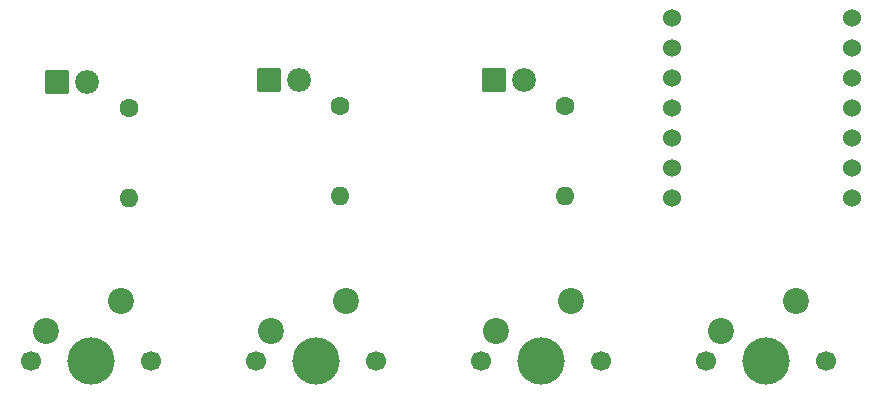
<source format=gbr>
%TF.GenerationSoftware,KiCad,Pcbnew,8.0.7*%
%TF.CreationDate,2025-06-30T14:07:42-04:00*%
%TF.ProjectId,pathfinder,70617468-6669-46e6-9465-722e6b696361,rev?*%
%TF.SameCoordinates,Original*%
%TF.FileFunction,Soldermask,Bot*%
%TF.FilePolarity,Negative*%
%FSLAX46Y46*%
G04 Gerber Fmt 4.6, Leading zero omitted, Abs format (unit mm)*
G04 Created by KiCad (PCBNEW 8.0.7) date 2025-06-30 14:07:42*
%MOMM*%
%LPD*%
G01*
G04 APERTURE LIST*
G04 Aperture macros list*
%AMRoundRect*
0 Rectangle with rounded corners*
0 $1 Rounding radius*
0 $2 $3 $4 $5 $6 $7 $8 $9 X,Y pos of 4 corners*
0 Add a 4 corners polygon primitive as box body*
4,1,4,$2,$3,$4,$5,$6,$7,$8,$9,$2,$3,0*
0 Add four circle primitives for the rounded corners*
1,1,$1+$1,$2,$3*
1,1,$1+$1,$4,$5*
1,1,$1+$1,$6,$7*
1,1,$1+$1,$8,$9*
0 Add four rect primitives between the rounded corners*
20,1,$1+$1,$2,$3,$4,$5,0*
20,1,$1+$1,$4,$5,$6,$7,0*
20,1,$1+$1,$6,$7,$8,$9,0*
20,1,$1+$1,$8,$9,$2,$3,0*%
G04 Aperture macros list end*
%ADD10C,1.524000*%
%ADD11C,1.700000*%
%ADD12C,4.000000*%
%ADD13C,2.200000*%
%ADD14O,1.600000X1.600000*%
%ADD15C,1.600000*%
%ADD16RoundRect,0.102000X-0.907500X-0.907500X0.907500X-0.907500X0.907500X0.907500X-0.907500X0.907500X0*%
%ADD17C,2.019000*%
G04 APERTURE END LIST*
D10*
%TO.C,U1*%
X193357500Y-92392500D03*
X193357500Y-94932500D03*
X193357500Y-97472500D03*
X193357500Y-100012500D03*
X193357500Y-102552500D03*
X193357500Y-105092500D03*
X193357500Y-107632500D03*
X178117500Y-107632500D03*
X178117500Y-105092500D03*
X178117500Y-102552500D03*
X178117500Y-100012500D03*
X178117500Y-97472500D03*
X178117500Y-94932500D03*
X178117500Y-92392500D03*
%TD*%
D11*
%TO.C,SW4*%
X180975000Y-121443750D03*
D12*
X186055000Y-121443750D03*
D11*
X191135000Y-121443750D03*
D13*
X188595000Y-116363750D03*
X182245000Y-118903750D03*
%TD*%
D11*
%TO.C,SW3*%
X161925000Y-121443750D03*
D12*
X167005000Y-121443750D03*
D11*
X172085000Y-121443750D03*
D13*
X169545000Y-116363750D03*
X163195000Y-118903750D03*
%TD*%
D11*
%TO.C,SW2*%
X142875000Y-121443750D03*
D12*
X147955000Y-121443750D03*
D11*
X153035000Y-121443750D03*
D13*
X150495000Y-116363750D03*
X144145000Y-118903750D03*
%TD*%
D11*
%TO.C,SW1*%
X123825000Y-121443750D03*
D12*
X128905000Y-121443750D03*
D11*
X133985000Y-121443750D03*
D13*
X131445000Y-116363750D03*
X125095000Y-118903750D03*
%TD*%
D14*
%TO.C,R3*%
X169068750Y-107473750D03*
D15*
X169068750Y-99853750D03*
%TD*%
D14*
%TO.C,R2*%
X150018750Y-107473750D03*
D15*
X150018750Y-99853750D03*
%TD*%
%TO.C,R1*%
X132080000Y-100012500D03*
D14*
X132080000Y-107632500D03*
%TD*%
D16*
%TO.C,D2*%
X143986250Y-97631250D03*
D17*
X146526250Y-97631250D03*
%TD*%
%TO.C,D1*%
X128587500Y-97790000D03*
D16*
X126047500Y-97790000D03*
%TD*%
D17*
%TO.C,D3*%
X165576250Y-97631250D03*
D16*
X163036250Y-97631250D03*
%TD*%
M02*

</source>
